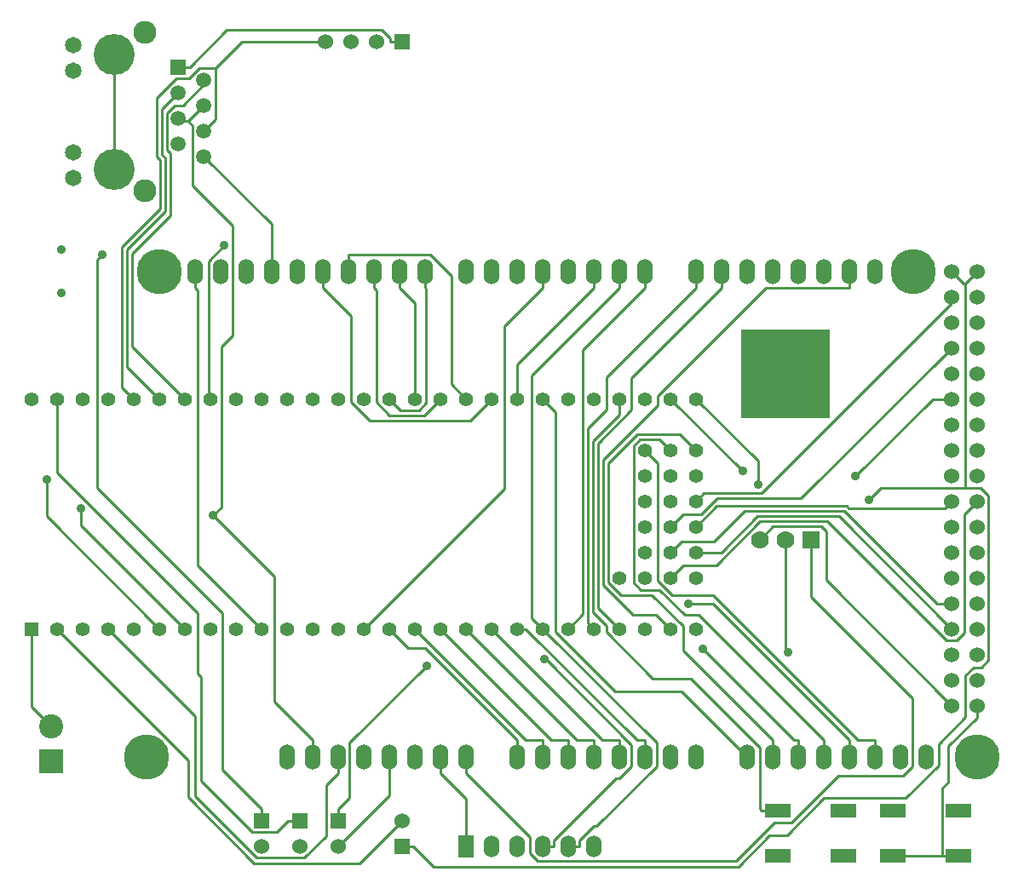
<source format=gbl>
G04 (created by PCBNEW (2013-07-07 BZR 4022)-stable) date 18/10/2013 16:38:57*
%MOIN*%
G04 Gerber Fmt 3.4, Leading zero omitted, Abs format*
%FSLAX34Y34*%
G01*
G70*
G90*
G04 APERTURE LIST*
%ADD10C,0.00590551*%
%ADD11R,0.055X0.055*%
%ADD12C,0.055*%
%ADD13R,0.0984X0.055*%
%ADD14R,0.06X0.06*%
%ADD15C,0.06*%
%ADD16C,0.0354*%
%ADD17C,0.1772*%
%ADD18O,0.06X0.1*%
%ADD19C,0.125*%
%ADD20C,0.0944882*%
%ADD21R,0.0944882X0.0944882*%
%ADD22R,0.06X0.0866*%
%ADD23O,0.06X0.0866*%
%ADD24R,0.07X0.07*%
%ADD25C,0.07*%
%ADD26R,0.35X0.35*%
%ADD27C,0.16*%
%ADD28R,0.0591X0.0591*%
%ADD29C,0.0591*%
%ADD30C,0.09*%
%ADD31C,0.065*%
%ADD32C,0.035*%
%ADD33C,0.01*%
G04 APERTURE END LIST*
G54D10*
G54D11*
X1000Y10000D03*
G54D12*
X2000Y10000D03*
X3000Y10000D03*
X4000Y10000D03*
X5000Y10000D03*
X6000Y10000D03*
X7000Y10000D03*
X8000Y10000D03*
X9000Y10000D03*
X10000Y10000D03*
X11000Y10000D03*
X12000Y10000D03*
X13000Y10000D03*
X14000Y10000D03*
X15000Y10000D03*
X16000Y10000D03*
X17000Y10000D03*
X18000Y10000D03*
X19000Y10000D03*
X20000Y10000D03*
X21000Y10000D03*
X22000Y10000D03*
X23000Y10000D03*
X24000Y10000D03*
X25000Y10000D03*
X26000Y10000D03*
X27000Y10000D03*
X1000Y19000D03*
X2000Y19000D03*
X3000Y19000D03*
X4000Y19000D03*
X5000Y19000D03*
X6000Y19000D03*
X7000Y19000D03*
X8000Y19000D03*
X9000Y19000D03*
X10000Y19000D03*
X11000Y19000D03*
X12000Y19000D03*
X13000Y19000D03*
X14000Y19000D03*
X15000Y19000D03*
X16000Y19000D03*
X17000Y19000D03*
X18000Y19000D03*
X19000Y19000D03*
X20000Y19000D03*
X21000Y19000D03*
X22000Y19000D03*
X23000Y19000D03*
X24000Y19000D03*
X25000Y19000D03*
X26000Y19000D03*
X27000Y19000D03*
X27000Y17000D03*
X26000Y17000D03*
X25000Y17000D03*
X27000Y16000D03*
X26000Y16000D03*
X25000Y16000D03*
X27000Y15000D03*
X26000Y15000D03*
X25000Y15000D03*
X27000Y14000D03*
X26000Y14000D03*
X25000Y14000D03*
X27000Y13000D03*
X26000Y13000D03*
X25000Y13000D03*
X27000Y12000D03*
X26000Y12000D03*
X25000Y12000D03*
X24000Y12000D03*
G54D13*
X32779Y2886D03*
X32779Y1114D03*
X30220Y2886D03*
X30220Y1114D03*
G54D14*
X15500Y33000D03*
G54D15*
X14500Y33000D03*
X13500Y33000D03*
X12500Y33000D03*
G54D14*
X13000Y2500D03*
G54D15*
X13000Y1500D03*
G54D14*
X10000Y2500D03*
G54D15*
X10000Y1500D03*
G54D14*
X11500Y2500D03*
G54D15*
X11500Y1500D03*
G54D14*
X15500Y1500D03*
G54D15*
X15500Y2500D03*
G54D16*
X2157Y24866D03*
X2157Y23134D03*
G54D17*
X35500Y24000D03*
X6000Y24000D03*
X38000Y5000D03*
X5500Y5000D03*
G54D18*
X27000Y24000D03*
X28000Y24000D03*
X29000Y24000D03*
X30000Y24000D03*
X31000Y24000D03*
X32000Y24000D03*
X33000Y24000D03*
X34000Y24000D03*
X36000Y5000D03*
X35000Y5000D03*
X34000Y5000D03*
X33000Y5000D03*
X29000Y5000D03*
X27000Y5000D03*
X26000Y5000D03*
X30000Y5000D03*
X31000Y5000D03*
X32000Y5000D03*
X25000Y5000D03*
X24000Y5000D03*
X23000Y5000D03*
X20000Y5000D03*
X21000Y5000D03*
X22000Y5000D03*
X18000Y5000D03*
X17000Y5000D03*
X16000Y5000D03*
X14000Y5000D03*
X13000Y5000D03*
X25000Y24000D03*
X24000Y24000D03*
X23000Y24000D03*
X22000Y24000D03*
X21000Y24000D03*
X20000Y24000D03*
X19000Y24000D03*
X18000Y24000D03*
X16400Y24000D03*
X15400Y24000D03*
X14400Y24000D03*
X13400Y24000D03*
X12400Y24000D03*
X11400Y24000D03*
X10400Y24000D03*
X9400Y24000D03*
X15000Y5000D03*
G54D19*
X38000Y5000D03*
X35500Y24000D03*
X6000Y24000D03*
X5500Y5000D03*
G54D15*
X37000Y23000D03*
X38000Y23000D03*
X37000Y22000D03*
X38000Y22000D03*
X37000Y21000D03*
X38000Y21000D03*
X37000Y20000D03*
X38000Y20000D03*
X37000Y24000D03*
X38000Y24000D03*
X38000Y19000D03*
X37000Y19000D03*
X37000Y18000D03*
X38000Y18000D03*
X37000Y17000D03*
X38000Y17000D03*
X37000Y16000D03*
X38000Y16000D03*
X37000Y15000D03*
X38000Y15000D03*
X37000Y14000D03*
X38000Y14000D03*
X37000Y13000D03*
X38000Y13000D03*
X37000Y12000D03*
X38000Y12000D03*
X37000Y11000D03*
X38000Y11000D03*
X37000Y10000D03*
X38000Y10000D03*
X37000Y9000D03*
X38000Y9000D03*
X37000Y8000D03*
X38000Y8000D03*
X37000Y7000D03*
X38000Y7000D03*
G54D18*
X8400Y24000D03*
X7400Y24000D03*
X12000Y5000D03*
X11000Y5000D03*
G54D20*
X1775Y6188D03*
G54D21*
X1775Y4811D03*
G54D22*
X18000Y1500D03*
G54D23*
X19000Y1500D03*
X20000Y1500D03*
X21000Y1500D03*
X22000Y1500D03*
X23000Y1500D03*
G54D24*
X31500Y13500D03*
G54D25*
X29500Y13500D03*
X30500Y13500D03*
G54D26*
X30500Y20000D03*
G54D13*
X37279Y2886D03*
X37279Y1114D03*
X34720Y2886D03*
X34720Y1114D03*
G54D27*
X4250Y28000D03*
X4250Y32500D03*
G54D28*
X6750Y32000D03*
G54D29*
X7750Y31500D03*
X6750Y31000D03*
X7750Y30500D03*
X6750Y30000D03*
X7750Y29500D03*
X6750Y29000D03*
X7750Y28500D03*
G54D30*
X5450Y33350D03*
X5450Y27150D03*
G54D31*
X2650Y32850D03*
X2650Y31850D03*
X2650Y28650D03*
X2650Y27650D03*
G54D32*
X8547Y25009D03*
X21080Y8809D03*
X8119Y14444D03*
X33759Y15048D03*
X16465Y8560D03*
X30592Y9083D03*
X28844Y16177D03*
X29422Y15642D03*
X1596Y15838D03*
X2948Y14701D03*
X3769Y24643D03*
X33242Y15975D03*
X27275Y9209D03*
X26711Y10990D03*
G54D33*
X30220Y2885D02*
X30220Y2885D01*
X30220Y2885D02*
X30220Y2885D01*
X24000Y18375D02*
X24000Y19000D01*
X22972Y17347D02*
X24000Y18375D01*
X22972Y10655D02*
X22972Y17347D01*
X23500Y10127D02*
X22972Y10655D01*
X23500Y9875D02*
X23500Y10127D01*
X25309Y8065D02*
X23500Y9875D01*
X26790Y8065D02*
X25309Y8065D01*
X29500Y5355D02*
X26790Y8065D01*
X29500Y2963D02*
X29500Y5355D01*
X29577Y2885D02*
X29500Y2963D01*
X30220Y2885D02*
X29577Y2885D01*
X4748Y20251D02*
X6000Y19000D01*
X4748Y24857D02*
X4748Y20251D01*
X6252Y26360D02*
X4748Y24857D01*
X6252Y28418D02*
X6252Y26360D01*
X6098Y28571D02*
X6252Y28418D01*
X6098Y30348D02*
X6098Y28571D01*
X6750Y31000D02*
X6098Y30348D01*
X8207Y29957D02*
X8207Y31961D01*
X7750Y29500D02*
X8207Y29957D01*
X9245Y33000D02*
X12500Y33000D01*
X8207Y31961D02*
X9245Y33000D01*
X4548Y19451D02*
X5000Y19000D01*
X4548Y24940D02*
X4548Y19451D01*
X6052Y26443D02*
X4548Y24940D01*
X6052Y28335D02*
X6052Y26443D01*
X5898Y28488D02*
X6052Y28335D01*
X5898Y30787D02*
X5898Y28488D01*
X6665Y31554D02*
X5898Y30787D01*
X7155Y31554D02*
X6665Y31554D01*
X7562Y31961D02*
X7155Y31554D01*
X8207Y31961D02*
X7562Y31961D01*
X15049Y33112D02*
X15049Y33000D01*
X14712Y33450D02*
X15049Y33112D01*
X8645Y33450D02*
X14712Y33450D01*
X7195Y32000D02*
X8645Y33450D01*
X6750Y32000D02*
X7195Y32000D01*
X15500Y33000D02*
X15049Y33000D01*
X7935Y19064D02*
X8000Y19000D01*
X7935Y24397D02*
X7935Y19064D01*
X8547Y25009D02*
X7935Y24397D01*
X4948Y21051D02*
X7000Y19000D01*
X4948Y24674D02*
X4948Y21051D01*
X6452Y26178D02*
X4948Y24674D01*
X6452Y28601D02*
X6452Y26178D01*
X6299Y28754D02*
X6452Y28601D01*
X6299Y30184D02*
X6299Y28754D01*
X6615Y30500D02*
X6299Y30184D01*
X6922Y30500D02*
X6615Y30500D01*
X7750Y31327D02*
X6922Y30500D01*
X7750Y31500D02*
X7750Y31327D01*
X13000Y4350D02*
X13000Y5000D01*
X12526Y3876D02*
X13000Y4350D01*
X12526Y1881D02*
X12526Y3876D01*
X11687Y1042D02*
X12526Y1881D01*
X9798Y1042D02*
X11687Y1042D01*
X7406Y3434D02*
X9798Y1042D01*
X7406Y6593D02*
X7406Y3434D01*
X4000Y10000D02*
X7406Y6593D01*
X22571Y10571D02*
X22000Y10000D01*
X22571Y20921D02*
X22571Y10571D01*
X25000Y23349D02*
X22571Y20921D01*
X25000Y24000D02*
X25000Y23349D01*
X21124Y8809D02*
X21080Y8809D01*
X24468Y5464D02*
X21124Y8809D01*
X24468Y4620D02*
X24468Y5464D01*
X24002Y4155D02*
X24468Y4620D01*
X23872Y4155D02*
X24002Y4155D01*
X21450Y1732D02*
X23872Y4155D01*
X21450Y1500D02*
X21450Y1732D01*
X21000Y1500D02*
X21450Y1500D01*
X20569Y10430D02*
X21000Y10000D01*
X20569Y19918D02*
X20569Y10430D01*
X24000Y23349D02*
X20569Y19918D01*
X24000Y24000D02*
X24000Y23349D01*
X25456Y5543D02*
X21000Y10000D01*
X25456Y4619D02*
X25456Y5543D01*
X23117Y2280D02*
X25456Y4619D01*
X23001Y2280D02*
X23117Y2280D01*
X22450Y1729D02*
X23001Y2280D01*
X22450Y1500D02*
X22450Y1729D01*
X22000Y1500D02*
X22450Y1500D01*
X12000Y5650D02*
X12000Y5000D01*
X10500Y7150D02*
X12000Y5650D01*
X10500Y12063D02*
X10500Y7150D01*
X8119Y14444D02*
X10500Y12063D01*
X7297Y29698D02*
X7122Y29872D01*
X7297Y27362D02*
X7297Y29698D01*
X8872Y25786D02*
X7297Y27362D01*
X8872Y21498D02*
X8872Y25786D01*
X8429Y21054D02*
X8872Y21498D01*
X8429Y14753D02*
X8429Y21054D01*
X8119Y14444D02*
X8429Y14753D01*
X7750Y30500D02*
X7122Y29872D01*
X6877Y29872D02*
X6750Y30000D01*
X7122Y29872D02*
X6877Y29872D01*
X15000Y3500D02*
X15000Y5000D01*
X13000Y1500D02*
X15000Y3500D01*
X37468Y23531D02*
X37000Y24000D01*
X37531Y23531D02*
X37468Y23531D01*
X37531Y23531D02*
X38000Y24000D01*
X37531Y15532D02*
X37531Y23531D01*
X34244Y15532D02*
X33759Y15048D01*
X37531Y15532D02*
X34244Y15532D01*
X38127Y15532D02*
X37531Y15532D01*
X38453Y15206D02*
X38127Y15532D01*
X38453Y8796D02*
X38453Y15206D01*
X38156Y8500D02*
X38453Y8796D01*
X37863Y8500D02*
X38156Y8500D01*
X37550Y8186D02*
X37863Y8500D01*
X37550Y6534D02*
X37550Y8186D01*
X36497Y5481D02*
X37550Y6534D01*
X36497Y4647D02*
X36497Y5481D01*
X35216Y3367D02*
X36497Y4647D01*
X32012Y3367D02*
X35216Y3367D01*
X30556Y1911D02*
X32012Y3367D01*
X29879Y1911D02*
X30556Y1911D01*
X28664Y696D02*
X29879Y1911D01*
X16753Y696D02*
X28664Y696D01*
X15950Y1500D02*
X16753Y696D01*
X15500Y1500D02*
X15950Y1500D01*
X13450Y5544D02*
X16465Y8560D01*
X13450Y3400D02*
X13450Y5544D01*
X13000Y2950D02*
X13450Y3400D01*
X13000Y2500D02*
X13000Y2950D01*
X30500Y9175D02*
X30592Y9083D01*
X30500Y13500D02*
X30500Y9175D01*
X23350Y5650D02*
X19000Y10000D01*
X24000Y5650D02*
X23350Y5650D01*
X24000Y5000D02*
X24000Y5650D01*
X20349Y10000D02*
X20000Y10000D01*
X24699Y5650D02*
X20349Y10000D01*
X25000Y5650D02*
X24699Y5650D01*
X25000Y5000D02*
X25000Y5650D01*
X26500Y12500D02*
X26000Y12000D01*
X27792Y12500D02*
X26500Y12500D01*
X29499Y14207D02*
X27792Y12500D01*
X32122Y14207D02*
X29499Y14207D01*
X36793Y9536D02*
X32122Y14207D01*
X37196Y9536D02*
X36793Y9536D01*
X37500Y9839D02*
X37196Y9536D01*
X37500Y14500D02*
X37500Y9839D01*
X38000Y15000D02*
X37500Y14500D01*
X28822Y16177D02*
X28844Y16177D01*
X26000Y19000D02*
X28822Y16177D01*
X1000Y6964D02*
X1000Y10000D01*
X1775Y6188D02*
X1000Y6964D01*
X32098Y11901D02*
X37000Y7000D01*
X32098Y13813D02*
X32098Y11901D01*
X31908Y14003D02*
X32098Y13813D01*
X30003Y14003D02*
X31908Y14003D01*
X29500Y13500D02*
X30003Y14003D01*
X18000Y3350D02*
X18000Y1500D01*
X17000Y4350D02*
X18000Y3350D01*
X17000Y5000D02*
X17000Y4350D01*
X38000Y6523D02*
X38000Y7000D01*
X36885Y5409D02*
X38000Y6523D01*
X36885Y4002D02*
X36885Y5409D01*
X36637Y3753D02*
X36885Y4002D01*
X36637Y1114D02*
X36637Y3753D01*
X29422Y16577D02*
X29422Y15642D01*
X27000Y19000D02*
X29422Y16577D01*
X37279Y1114D02*
X37278Y1114D01*
X37278Y1114D02*
X36637Y1114D01*
X37278Y1114D02*
X37279Y1114D01*
X10400Y25850D02*
X7750Y28500D01*
X10400Y24000D02*
X10400Y25850D01*
X34720Y1114D02*
X36637Y1114D01*
X4250Y32500D02*
X4250Y28000D01*
X34720Y1114D02*
X34720Y1114D01*
X34720Y1114D02*
X34720Y1114D01*
X13831Y831D02*
X15500Y2500D01*
X9718Y831D02*
X13831Y831D01*
X7135Y3414D02*
X9718Y831D01*
X7135Y4864D02*
X7135Y3414D01*
X2000Y10000D02*
X7135Y4864D01*
X1596Y14403D02*
X1596Y15838D01*
X6000Y10000D02*
X1596Y14403D01*
X22771Y10228D02*
X23000Y10000D01*
X22771Y17846D02*
X22771Y10228D01*
X23500Y18574D02*
X22771Y17846D01*
X23500Y19850D02*
X23500Y18574D01*
X27000Y23349D02*
X23500Y19850D01*
X27000Y24000D02*
X27000Y23349D01*
X28000Y23349D02*
X28000Y24000D01*
X24482Y19832D02*
X28000Y23349D01*
X24482Y18574D02*
X24482Y19832D01*
X23172Y17264D02*
X24482Y18574D01*
X23172Y10827D02*
X23172Y17264D01*
X24000Y10000D02*
X23172Y10827D01*
X15433Y18566D02*
X15000Y19000D01*
X16174Y18566D02*
X15433Y18566D01*
X16444Y18836D02*
X16174Y18566D01*
X16444Y23305D02*
X16444Y18836D01*
X16400Y23349D02*
X16444Y23305D01*
X16400Y24000D02*
X16400Y23349D01*
X16000Y22749D02*
X16000Y19000D01*
X15400Y23349D02*
X16000Y22749D01*
X15400Y24000D02*
X15400Y23349D01*
X16366Y18366D02*
X17000Y19000D01*
X15013Y18366D02*
X16366Y18366D01*
X14500Y18880D02*
X15013Y18366D01*
X14500Y23249D02*
X14500Y18880D01*
X14400Y23349D02*
X14500Y23249D01*
X14400Y24000D02*
X14400Y23349D01*
X17425Y19574D02*
X18000Y19000D01*
X17425Y23827D02*
X17425Y19574D01*
X16602Y24650D02*
X17425Y23827D01*
X13400Y24650D02*
X16602Y24650D01*
X13400Y24000D02*
X13400Y24650D01*
X18163Y18163D02*
X19000Y19000D01*
X14225Y18163D02*
X18163Y18163D01*
X13500Y18889D02*
X14225Y18163D01*
X13500Y22249D02*
X13500Y18889D01*
X12400Y23349D02*
X13500Y22249D01*
X12400Y24000D02*
X12400Y23349D01*
X20000Y20350D02*
X20000Y19000D01*
X23000Y23349D02*
X20000Y20350D01*
X23000Y24000D02*
X23000Y23349D01*
X7400Y23349D02*
X7400Y24000D01*
X7515Y23234D02*
X7400Y23349D01*
X7515Y12484D02*
X7515Y23234D01*
X10000Y10000D02*
X7515Y12484D01*
X2948Y14051D02*
X2948Y14701D01*
X7000Y10000D02*
X2948Y14051D01*
X25444Y10555D02*
X26000Y10000D01*
X24540Y10555D02*
X25444Y10555D01*
X23372Y11724D02*
X24540Y10555D01*
X23372Y16631D02*
X23372Y11724D01*
X25500Y18759D02*
X23372Y16631D01*
X25500Y19101D02*
X25500Y18759D01*
X29748Y23349D02*
X25500Y19101D01*
X33000Y23349D02*
X29748Y23349D01*
X33000Y24000D02*
X33000Y23349D01*
X19500Y15500D02*
X14000Y10000D01*
X19500Y21849D02*
X19500Y15500D01*
X21000Y23349D02*
X19500Y21849D01*
X21000Y24000D02*
X21000Y23349D01*
X15743Y9256D02*
X15000Y10000D01*
X16393Y9256D02*
X15743Y9256D01*
X20000Y5650D02*
X16393Y9256D01*
X20000Y5000D02*
X20000Y5650D01*
X20350Y5650D02*
X16000Y10000D01*
X21000Y5650D02*
X20350Y5650D01*
X21000Y5000D02*
X21000Y5650D01*
X21350Y5650D02*
X17000Y10000D01*
X22000Y5650D02*
X21350Y5650D01*
X22000Y5000D02*
X22000Y5650D01*
X22350Y5650D02*
X18000Y10000D01*
X23000Y5650D02*
X22350Y5650D01*
X23000Y5000D02*
X23000Y5650D01*
X31500Y11255D02*
X31500Y13500D01*
X35456Y7298D02*
X31500Y11255D01*
X35456Y4601D02*
X35456Y7298D01*
X35102Y4246D02*
X35456Y4601D01*
X32565Y4246D02*
X35102Y4246D01*
X30728Y2409D02*
X32565Y4246D01*
X30076Y2409D02*
X30728Y2409D01*
X28583Y916D02*
X30076Y2409D01*
X20797Y916D02*
X28583Y916D01*
X20500Y1213D02*
X20797Y916D01*
X20500Y1850D02*
X20500Y1213D01*
X18000Y4350D02*
X20500Y1850D01*
X18000Y5000D02*
X18000Y4350D01*
X2000Y16109D02*
X2000Y19000D01*
X7500Y10609D02*
X2000Y16109D01*
X7500Y8240D02*
X7500Y10609D01*
X7632Y8107D02*
X7500Y8240D01*
X7632Y4042D02*
X7632Y8107D01*
X9625Y2050D02*
X7632Y4042D01*
X10599Y2050D02*
X9625Y2050D01*
X11049Y2500D02*
X10599Y2050D01*
X11500Y2500D02*
X11049Y2500D01*
X3560Y24434D02*
X3769Y24643D01*
X3560Y15524D02*
X3560Y24434D01*
X8457Y10627D02*
X3560Y15524D01*
X8457Y4492D02*
X8457Y10627D01*
X10000Y2950D02*
X8457Y4492D01*
X10000Y2500D02*
X10000Y2950D01*
X21500Y18500D02*
X21000Y19000D01*
X21500Y9898D02*
X21500Y18500D01*
X23831Y7566D02*
X21500Y9898D01*
X26433Y7566D02*
X23831Y7566D01*
X29000Y5000D02*
X26433Y7566D01*
X28009Y13000D02*
X27000Y13000D01*
X29416Y14407D02*
X28009Y13000D01*
X32592Y14407D02*
X29416Y14407D01*
X37000Y10000D02*
X32592Y14407D01*
X26370Y17629D02*
X27000Y17000D01*
X24714Y17629D02*
X26370Y17629D01*
X23572Y16487D02*
X24714Y17629D01*
X23572Y11807D02*
X23572Y16487D01*
X24063Y11315D02*
X23572Y11807D01*
X25285Y11315D02*
X24063Y11315D01*
X26500Y10101D02*
X25285Y11315D01*
X26500Y9150D02*
X26500Y10101D01*
X30000Y5650D02*
X26500Y9150D01*
X30000Y5000D02*
X30000Y5650D01*
X36266Y19000D02*
X33242Y15975D01*
X37000Y19000D02*
X36266Y19000D01*
X27316Y15316D02*
X27000Y15000D01*
X29558Y15316D02*
X27316Y15316D01*
X37000Y22758D02*
X29558Y15316D01*
X37000Y23000D02*
X37000Y22758D01*
X30834Y5650D02*
X27275Y9209D01*
X31000Y5650D02*
X30834Y5650D01*
X31000Y5000D02*
X31000Y5650D01*
X26425Y13425D02*
X26000Y13000D01*
X27718Y13425D02*
X26425Y13425D01*
X28900Y14607D02*
X27718Y13425D01*
X32817Y14607D02*
X28900Y14607D01*
X36424Y11000D02*
X32817Y14607D01*
X37000Y11000D02*
X36424Y11000D01*
X25574Y17425D02*
X26000Y17000D01*
X24817Y17425D02*
X25574Y17425D01*
X24559Y17166D02*
X24817Y17425D01*
X24559Y11821D02*
X24559Y17166D01*
X24849Y11531D02*
X24559Y11821D01*
X25569Y11531D02*
X24849Y11531D01*
X26558Y10542D02*
X25569Y11531D01*
X27107Y10542D02*
X26558Y10542D01*
X32000Y5650D02*
X27107Y10542D01*
X32000Y5000D02*
X32000Y5650D01*
X27807Y14807D02*
X27000Y14000D01*
X32900Y14807D02*
X27807Y14807D01*
X32984Y14722D02*
X32900Y14807D01*
X36722Y14722D02*
X32984Y14722D01*
X37000Y15000D02*
X36722Y14722D01*
X33000Y5650D02*
X33000Y5000D01*
X27659Y10990D02*
X33000Y5650D01*
X26711Y10990D02*
X27659Y10990D01*
X25500Y16500D02*
X25000Y17000D01*
X25500Y11891D02*
X25500Y16500D01*
X26059Y11331D02*
X25500Y11891D01*
X27668Y11331D02*
X26059Y11331D01*
X33350Y5650D02*
X27668Y11331D01*
X34000Y5650D02*
X33350Y5650D01*
X34000Y5000D02*
X34000Y5650D01*
X26500Y14500D02*
X26000Y14000D01*
X27216Y14500D02*
X26500Y14500D01*
X27833Y15116D02*
X27216Y14500D01*
X31116Y15116D02*
X27833Y15116D01*
X37000Y21000D02*
X31116Y15116D01*
M02*

</source>
